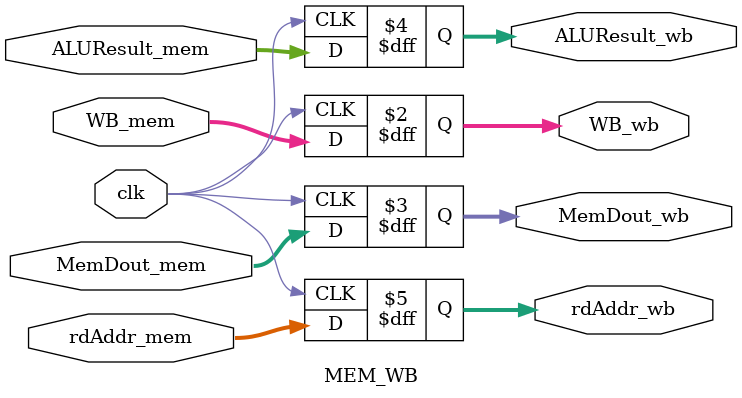
<source format=v>
module MEM_WB(clk, WB_mem, WB_wb, MemDout_mem, MemDout_wb, ALUResult_mem, 
            ALUResult_wb, rdAddr_mem, rdAddr_wb);
    
    input clk;
    input[1:0] WB_mem;
    input[31:0] MemDout_mem;
    input[31:0] ALUResult_mem;
    input[4:0] rdAddr_mem;

    output reg[1:0] WB_wb;
    output reg[31:0] MemDout_wb;
    output reg[31:0] ALUResult_wb;
    output reg[4:0] rdAddr_wb;

    always@(posedge clk) begin
        WB_wb<=WB_mem;
        MemDout_wb<=MemDout_mem;
        ALUResult_wb<=ALUResult_mem;
        rdAddr_wb<=rdAddr_mem;
    end
endmodule
</source>
